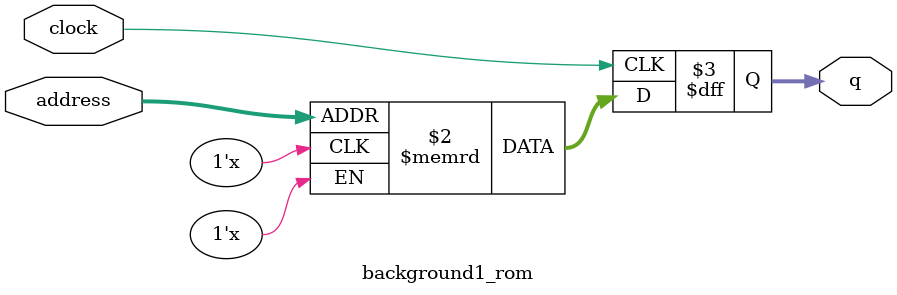
<source format=sv>
module background1_rom (
	input logic clock,
	input logic [16:0] address,
	output logic [3:0] q
);

logic [3:0] memory [0:76799] /* synthesis ram_init_file = "./background1/background1.mif" */;

always_ff @ (posedge clock) begin
	q <= memory[address];
end

endmodule

</source>
